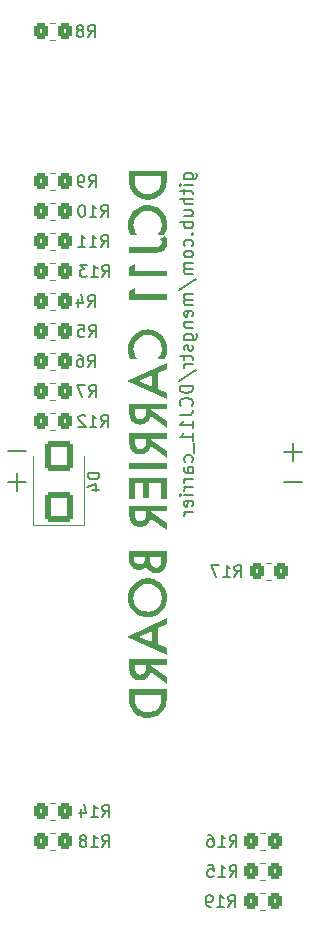
<source format=gbo>
%TF.GenerationSoftware,KiCad,Pcbnew,8.0.4*%
%TF.CreationDate,2024-08-07T10:54:24+02:00*%
%TF.ProjectId,DCJ11_Carrier,44434a31-315f-4436-9172-726965722e6b,rev?*%
%TF.SameCoordinates,Original*%
%TF.FileFunction,Legend,Bot*%
%TF.FilePolarity,Positive*%
%FSLAX46Y46*%
G04 Gerber Fmt 4.6, Leading zero omitted, Abs format (unit mm)*
G04 Created by KiCad (PCBNEW 8.0.4) date 2024-08-07 10:54:24*
%MOMM*%
%LPD*%
G01*
G04 APERTURE LIST*
G04 Aperture macros list*
%AMRoundRect*
0 Rectangle with rounded corners*
0 $1 Rounding radius*
0 $2 $3 $4 $5 $6 $7 $8 $9 X,Y pos of 4 corners*
0 Add a 4 corners polygon primitive as box body*
4,1,4,$2,$3,$4,$5,$6,$7,$8,$9,$2,$3,0*
0 Add four circle primitives for the rounded corners*
1,1,$1+$1,$2,$3*
1,1,$1+$1,$4,$5*
1,1,$1+$1,$6,$7*
1,1,$1+$1,$8,$9*
0 Add four rect primitives between the rounded corners*
20,1,$1+$1,$2,$3,$4,$5,0*
20,1,$1+$1,$4,$5,$6,$7,0*
20,1,$1+$1,$6,$7,$8,$9,0*
20,1,$1+$1,$8,$9,$2,$3,0*%
G04 Aperture macros list end*
%ADD10C,0.150000*%
%ADD11C,0.375000*%
%ADD12C,0.120000*%
%ADD13RoundRect,0.250000X0.900000X-1.000000X0.900000X1.000000X-0.900000X1.000000X-0.900000X-1.000000X0*%
%ADD14RoundRect,0.250000X0.350000X0.450000X-0.350000X0.450000X-0.350000X-0.450000X0.350000X-0.450000X0*%
%ADD15RoundRect,0.250000X-0.350000X-0.450000X0.350000X-0.450000X0.350000X0.450000X-0.350000X0.450000X0*%
%ADD16R,1.700000X1.700000*%
%ADD17R,2.200000X1.800000*%
G04 APERTURE END LIST*
D10*
X138124247Y-65832017D02*
X139014723Y-65832017D01*
X139014723Y-65832017D02*
X139119485Y-65779636D01*
X139119485Y-65779636D02*
X139171866Y-65727255D01*
X139171866Y-65727255D02*
X139224247Y-65622493D01*
X139224247Y-65622493D02*
X139224247Y-65465350D01*
X139224247Y-65465350D02*
X139171866Y-65360588D01*
X138805200Y-65832017D02*
X138857580Y-65727255D01*
X138857580Y-65727255D02*
X138857580Y-65517731D01*
X138857580Y-65517731D02*
X138805200Y-65412969D01*
X138805200Y-65412969D02*
X138752819Y-65360588D01*
X138752819Y-65360588D02*
X138648057Y-65308207D01*
X138648057Y-65308207D02*
X138333771Y-65308207D01*
X138333771Y-65308207D02*
X138229009Y-65360588D01*
X138229009Y-65360588D02*
X138176628Y-65412969D01*
X138176628Y-65412969D02*
X138124247Y-65517731D01*
X138124247Y-65517731D02*
X138124247Y-65727255D01*
X138124247Y-65727255D02*
X138176628Y-65832017D01*
X138857580Y-66355826D02*
X138124247Y-66355826D01*
X137757580Y-66355826D02*
X137809961Y-66303445D01*
X137809961Y-66303445D02*
X137862342Y-66355826D01*
X137862342Y-66355826D02*
X137809961Y-66408207D01*
X137809961Y-66408207D02*
X137757580Y-66355826D01*
X137757580Y-66355826D02*
X137862342Y-66355826D01*
X138124247Y-66722493D02*
X138124247Y-67141541D01*
X137757580Y-66879636D02*
X138700438Y-66879636D01*
X138700438Y-66879636D02*
X138805200Y-66932017D01*
X138805200Y-66932017D02*
X138857580Y-67036779D01*
X138857580Y-67036779D02*
X138857580Y-67141541D01*
X138857580Y-67508207D02*
X137757580Y-67508207D01*
X138857580Y-67979636D02*
X138281390Y-67979636D01*
X138281390Y-67979636D02*
X138176628Y-67927255D01*
X138176628Y-67927255D02*
X138124247Y-67822493D01*
X138124247Y-67822493D02*
X138124247Y-67665350D01*
X138124247Y-67665350D02*
X138176628Y-67560588D01*
X138176628Y-67560588D02*
X138229009Y-67508207D01*
X138124247Y-68974874D02*
X138857580Y-68974874D01*
X138124247Y-68503445D02*
X138700438Y-68503445D01*
X138700438Y-68503445D02*
X138805200Y-68555826D01*
X138805200Y-68555826D02*
X138857580Y-68660588D01*
X138857580Y-68660588D02*
X138857580Y-68817731D01*
X138857580Y-68817731D02*
X138805200Y-68922493D01*
X138805200Y-68922493D02*
X138752819Y-68974874D01*
X138857580Y-69498683D02*
X137757580Y-69498683D01*
X138176628Y-69498683D02*
X138124247Y-69603445D01*
X138124247Y-69603445D02*
X138124247Y-69812969D01*
X138124247Y-69812969D02*
X138176628Y-69917731D01*
X138176628Y-69917731D02*
X138229009Y-69970112D01*
X138229009Y-69970112D02*
X138333771Y-70022493D01*
X138333771Y-70022493D02*
X138648057Y-70022493D01*
X138648057Y-70022493D02*
X138752819Y-69970112D01*
X138752819Y-69970112D02*
X138805200Y-69917731D01*
X138805200Y-69917731D02*
X138857580Y-69812969D01*
X138857580Y-69812969D02*
X138857580Y-69603445D01*
X138857580Y-69603445D02*
X138805200Y-69498683D01*
X138752819Y-70493921D02*
X138805200Y-70546302D01*
X138805200Y-70546302D02*
X138857580Y-70493921D01*
X138857580Y-70493921D02*
X138805200Y-70441540D01*
X138805200Y-70441540D02*
X138752819Y-70493921D01*
X138752819Y-70493921D02*
X138857580Y-70493921D01*
X138805200Y-71489160D02*
X138857580Y-71384398D01*
X138857580Y-71384398D02*
X138857580Y-71174874D01*
X138857580Y-71174874D02*
X138805200Y-71070112D01*
X138805200Y-71070112D02*
X138752819Y-71017731D01*
X138752819Y-71017731D02*
X138648057Y-70965350D01*
X138648057Y-70965350D02*
X138333771Y-70965350D01*
X138333771Y-70965350D02*
X138229009Y-71017731D01*
X138229009Y-71017731D02*
X138176628Y-71070112D01*
X138176628Y-71070112D02*
X138124247Y-71174874D01*
X138124247Y-71174874D02*
X138124247Y-71384398D01*
X138124247Y-71384398D02*
X138176628Y-71489160D01*
X138857580Y-72117731D02*
X138805200Y-72012969D01*
X138805200Y-72012969D02*
X138752819Y-71960588D01*
X138752819Y-71960588D02*
X138648057Y-71908207D01*
X138648057Y-71908207D02*
X138333771Y-71908207D01*
X138333771Y-71908207D02*
X138229009Y-71960588D01*
X138229009Y-71960588D02*
X138176628Y-72012969D01*
X138176628Y-72012969D02*
X138124247Y-72117731D01*
X138124247Y-72117731D02*
X138124247Y-72274874D01*
X138124247Y-72274874D02*
X138176628Y-72379636D01*
X138176628Y-72379636D02*
X138229009Y-72432017D01*
X138229009Y-72432017D02*
X138333771Y-72484398D01*
X138333771Y-72484398D02*
X138648057Y-72484398D01*
X138648057Y-72484398D02*
X138752819Y-72432017D01*
X138752819Y-72432017D02*
X138805200Y-72379636D01*
X138805200Y-72379636D02*
X138857580Y-72274874D01*
X138857580Y-72274874D02*
X138857580Y-72117731D01*
X138857580Y-72955826D02*
X138124247Y-72955826D01*
X138229009Y-72955826D02*
X138176628Y-73008207D01*
X138176628Y-73008207D02*
X138124247Y-73112969D01*
X138124247Y-73112969D02*
X138124247Y-73270112D01*
X138124247Y-73270112D02*
X138176628Y-73374874D01*
X138176628Y-73374874D02*
X138281390Y-73427255D01*
X138281390Y-73427255D02*
X138857580Y-73427255D01*
X138281390Y-73427255D02*
X138176628Y-73479636D01*
X138176628Y-73479636D02*
X138124247Y-73584398D01*
X138124247Y-73584398D02*
X138124247Y-73741541D01*
X138124247Y-73741541D02*
X138176628Y-73846302D01*
X138176628Y-73846302D02*
X138281390Y-73898683D01*
X138281390Y-73898683D02*
X138857580Y-73898683D01*
X137705200Y-75208208D02*
X139119485Y-74265350D01*
X138857580Y-75574874D02*
X138124247Y-75574874D01*
X138229009Y-75574874D02*
X138176628Y-75627255D01*
X138176628Y-75627255D02*
X138124247Y-75732017D01*
X138124247Y-75732017D02*
X138124247Y-75889160D01*
X138124247Y-75889160D02*
X138176628Y-75993922D01*
X138176628Y-75993922D02*
X138281390Y-76046303D01*
X138281390Y-76046303D02*
X138857580Y-76046303D01*
X138281390Y-76046303D02*
X138176628Y-76098684D01*
X138176628Y-76098684D02*
X138124247Y-76203446D01*
X138124247Y-76203446D02*
X138124247Y-76360589D01*
X138124247Y-76360589D02*
X138176628Y-76465350D01*
X138176628Y-76465350D02*
X138281390Y-76517731D01*
X138281390Y-76517731D02*
X138857580Y-76517731D01*
X138805200Y-77460589D02*
X138857580Y-77355827D01*
X138857580Y-77355827D02*
X138857580Y-77146303D01*
X138857580Y-77146303D02*
X138805200Y-77041541D01*
X138805200Y-77041541D02*
X138700438Y-76989160D01*
X138700438Y-76989160D02*
X138281390Y-76989160D01*
X138281390Y-76989160D02*
X138176628Y-77041541D01*
X138176628Y-77041541D02*
X138124247Y-77146303D01*
X138124247Y-77146303D02*
X138124247Y-77355827D01*
X138124247Y-77355827D02*
X138176628Y-77460589D01*
X138176628Y-77460589D02*
X138281390Y-77512970D01*
X138281390Y-77512970D02*
X138386152Y-77512970D01*
X138386152Y-77512970D02*
X138490914Y-76989160D01*
X138124247Y-77984398D02*
X138857580Y-77984398D01*
X138229009Y-77984398D02*
X138176628Y-78036779D01*
X138176628Y-78036779D02*
X138124247Y-78141541D01*
X138124247Y-78141541D02*
X138124247Y-78298684D01*
X138124247Y-78298684D02*
X138176628Y-78403446D01*
X138176628Y-78403446D02*
X138281390Y-78455827D01*
X138281390Y-78455827D02*
X138857580Y-78455827D01*
X138124247Y-79451065D02*
X139014723Y-79451065D01*
X139014723Y-79451065D02*
X139119485Y-79398684D01*
X139119485Y-79398684D02*
X139171866Y-79346303D01*
X139171866Y-79346303D02*
X139224247Y-79241541D01*
X139224247Y-79241541D02*
X139224247Y-79084398D01*
X139224247Y-79084398D02*
X139171866Y-78979636D01*
X138805200Y-79451065D02*
X138857580Y-79346303D01*
X138857580Y-79346303D02*
X138857580Y-79136779D01*
X138857580Y-79136779D02*
X138805200Y-79032017D01*
X138805200Y-79032017D02*
X138752819Y-78979636D01*
X138752819Y-78979636D02*
X138648057Y-78927255D01*
X138648057Y-78927255D02*
X138333771Y-78927255D01*
X138333771Y-78927255D02*
X138229009Y-78979636D01*
X138229009Y-78979636D02*
X138176628Y-79032017D01*
X138176628Y-79032017D02*
X138124247Y-79136779D01*
X138124247Y-79136779D02*
X138124247Y-79346303D01*
X138124247Y-79346303D02*
X138176628Y-79451065D01*
X138805200Y-79922493D02*
X138857580Y-80027255D01*
X138857580Y-80027255D02*
X138857580Y-80236779D01*
X138857580Y-80236779D02*
X138805200Y-80341541D01*
X138805200Y-80341541D02*
X138700438Y-80393922D01*
X138700438Y-80393922D02*
X138648057Y-80393922D01*
X138648057Y-80393922D02*
X138543295Y-80341541D01*
X138543295Y-80341541D02*
X138490914Y-80236779D01*
X138490914Y-80236779D02*
X138490914Y-80079636D01*
X138490914Y-80079636D02*
X138438533Y-79974874D01*
X138438533Y-79974874D02*
X138333771Y-79922493D01*
X138333771Y-79922493D02*
X138281390Y-79922493D01*
X138281390Y-79922493D02*
X138176628Y-79974874D01*
X138176628Y-79974874D02*
X138124247Y-80079636D01*
X138124247Y-80079636D02*
X138124247Y-80236779D01*
X138124247Y-80236779D02*
X138176628Y-80341541D01*
X138124247Y-80708207D02*
X138124247Y-81127255D01*
X137757580Y-80865350D02*
X138700438Y-80865350D01*
X138700438Y-80865350D02*
X138805200Y-80917731D01*
X138805200Y-80917731D02*
X138857580Y-81022493D01*
X138857580Y-81022493D02*
X138857580Y-81127255D01*
X138857580Y-81493921D02*
X138124247Y-81493921D01*
X138333771Y-81493921D02*
X138229009Y-81546302D01*
X138229009Y-81546302D02*
X138176628Y-81598683D01*
X138176628Y-81598683D02*
X138124247Y-81703445D01*
X138124247Y-81703445D02*
X138124247Y-81808207D01*
X137705200Y-82960588D02*
X139119485Y-82017730D01*
X138857580Y-83327254D02*
X137757580Y-83327254D01*
X137757580Y-83327254D02*
X137757580Y-83589159D01*
X137757580Y-83589159D02*
X137809961Y-83746302D01*
X137809961Y-83746302D02*
X137914723Y-83851064D01*
X137914723Y-83851064D02*
X138019485Y-83903445D01*
X138019485Y-83903445D02*
X138229009Y-83955826D01*
X138229009Y-83955826D02*
X138386152Y-83955826D01*
X138386152Y-83955826D02*
X138595676Y-83903445D01*
X138595676Y-83903445D02*
X138700438Y-83851064D01*
X138700438Y-83851064D02*
X138805200Y-83746302D01*
X138805200Y-83746302D02*
X138857580Y-83589159D01*
X138857580Y-83589159D02*
X138857580Y-83327254D01*
X138752819Y-85055826D02*
X138805200Y-85003445D01*
X138805200Y-85003445D02*
X138857580Y-84846302D01*
X138857580Y-84846302D02*
X138857580Y-84741540D01*
X138857580Y-84741540D02*
X138805200Y-84584397D01*
X138805200Y-84584397D02*
X138700438Y-84479635D01*
X138700438Y-84479635D02*
X138595676Y-84427254D01*
X138595676Y-84427254D02*
X138386152Y-84374873D01*
X138386152Y-84374873D02*
X138229009Y-84374873D01*
X138229009Y-84374873D02*
X138019485Y-84427254D01*
X138019485Y-84427254D02*
X137914723Y-84479635D01*
X137914723Y-84479635D02*
X137809961Y-84584397D01*
X137809961Y-84584397D02*
X137757580Y-84741540D01*
X137757580Y-84741540D02*
X137757580Y-84846302D01*
X137757580Y-84846302D02*
X137809961Y-85003445D01*
X137809961Y-85003445D02*
X137862342Y-85055826D01*
X137757580Y-85841540D02*
X138543295Y-85841540D01*
X138543295Y-85841540D02*
X138700438Y-85789159D01*
X138700438Y-85789159D02*
X138805200Y-85684397D01*
X138805200Y-85684397D02*
X138857580Y-85527254D01*
X138857580Y-85527254D02*
X138857580Y-85422492D01*
X138857580Y-86941540D02*
X138857580Y-86312968D01*
X138857580Y-86627254D02*
X137757580Y-86627254D01*
X137757580Y-86627254D02*
X137914723Y-86522492D01*
X137914723Y-86522492D02*
X138019485Y-86417730D01*
X138019485Y-86417730D02*
X138071866Y-86312968D01*
X138857580Y-87989159D02*
X138857580Y-87360587D01*
X138857580Y-87674873D02*
X137757580Y-87674873D01*
X137757580Y-87674873D02*
X137914723Y-87570111D01*
X137914723Y-87570111D02*
X138019485Y-87465349D01*
X138019485Y-87465349D02*
X138071866Y-87360587D01*
X138962342Y-88198683D02*
X138962342Y-89036778D01*
X138805200Y-89770111D02*
X138857580Y-89665349D01*
X138857580Y-89665349D02*
X138857580Y-89455825D01*
X138857580Y-89455825D02*
X138805200Y-89351063D01*
X138805200Y-89351063D02*
X138752819Y-89298682D01*
X138752819Y-89298682D02*
X138648057Y-89246301D01*
X138648057Y-89246301D02*
X138333771Y-89246301D01*
X138333771Y-89246301D02*
X138229009Y-89298682D01*
X138229009Y-89298682D02*
X138176628Y-89351063D01*
X138176628Y-89351063D02*
X138124247Y-89455825D01*
X138124247Y-89455825D02*
X138124247Y-89665349D01*
X138124247Y-89665349D02*
X138176628Y-89770111D01*
X138857580Y-90712968D02*
X138281390Y-90712968D01*
X138281390Y-90712968D02*
X138176628Y-90660587D01*
X138176628Y-90660587D02*
X138124247Y-90555825D01*
X138124247Y-90555825D02*
X138124247Y-90346301D01*
X138124247Y-90346301D02*
X138176628Y-90241539D01*
X138805200Y-90712968D02*
X138857580Y-90608206D01*
X138857580Y-90608206D02*
X138857580Y-90346301D01*
X138857580Y-90346301D02*
X138805200Y-90241539D01*
X138805200Y-90241539D02*
X138700438Y-90189158D01*
X138700438Y-90189158D02*
X138595676Y-90189158D01*
X138595676Y-90189158D02*
X138490914Y-90241539D01*
X138490914Y-90241539D02*
X138438533Y-90346301D01*
X138438533Y-90346301D02*
X138438533Y-90608206D01*
X138438533Y-90608206D02*
X138386152Y-90712968D01*
X138857580Y-91236777D02*
X138124247Y-91236777D01*
X138333771Y-91236777D02*
X138229009Y-91289158D01*
X138229009Y-91289158D02*
X138176628Y-91341539D01*
X138176628Y-91341539D02*
X138124247Y-91446301D01*
X138124247Y-91446301D02*
X138124247Y-91551063D01*
X138857580Y-91917729D02*
X138124247Y-91917729D01*
X138333771Y-91917729D02*
X138229009Y-91970110D01*
X138229009Y-91970110D02*
X138176628Y-92022491D01*
X138176628Y-92022491D02*
X138124247Y-92127253D01*
X138124247Y-92127253D02*
X138124247Y-92232015D01*
X138857580Y-92598681D02*
X138124247Y-92598681D01*
X137757580Y-92598681D02*
X137809961Y-92546300D01*
X137809961Y-92546300D02*
X137862342Y-92598681D01*
X137862342Y-92598681D02*
X137809961Y-92651062D01*
X137809961Y-92651062D02*
X137757580Y-92598681D01*
X137757580Y-92598681D02*
X137862342Y-92598681D01*
X138805200Y-93541539D02*
X138857580Y-93436777D01*
X138857580Y-93436777D02*
X138857580Y-93227253D01*
X138857580Y-93227253D02*
X138805200Y-93122491D01*
X138805200Y-93122491D02*
X138700438Y-93070110D01*
X138700438Y-93070110D02*
X138281390Y-93070110D01*
X138281390Y-93070110D02*
X138176628Y-93122491D01*
X138176628Y-93122491D02*
X138124247Y-93227253D01*
X138124247Y-93227253D02*
X138124247Y-93436777D01*
X138124247Y-93436777D02*
X138176628Y-93541539D01*
X138176628Y-93541539D02*
X138281390Y-93593920D01*
X138281390Y-93593920D02*
X138386152Y-93593920D01*
X138386152Y-93593920D02*
X138490914Y-93070110D01*
X138857580Y-94065348D02*
X138124247Y-94065348D01*
X138333771Y-94065348D02*
X138229009Y-94117729D01*
X138229009Y-94117729D02*
X138176628Y-94170110D01*
X138176628Y-94170110D02*
X138124247Y-94274872D01*
X138124247Y-94274872D02*
X138124247Y-94379634D01*
X146574874Y-91485533D02*
X148098684Y-91485533D01*
X123239698Y-88858720D02*
X124763508Y-88858720D01*
X123239698Y-91471850D02*
X124763508Y-91471850D01*
X124001603Y-92233755D02*
X124001603Y-90709945D01*
X146574874Y-88985533D02*
X148098684Y-88985533D01*
X147336779Y-89747438D02*
X147336779Y-88223628D01*
D11*
G36*
X136650000Y-65798750D02*
G01*
X136648614Y-65915495D01*
X136641341Y-66077774D01*
X136624977Y-66247630D01*
X136600128Y-66396519D01*
X136561339Y-66541004D01*
X136508079Y-66679765D01*
X136437691Y-66815411D01*
X136350176Y-66947943D01*
X136245533Y-67077362D01*
X136127564Y-67196716D01*
X136000802Y-67300157D01*
X135865247Y-67387684D01*
X135720900Y-67459296D01*
X135567759Y-67514995D01*
X135405826Y-67554780D01*
X135235101Y-67578651D01*
X135055582Y-67586608D01*
X134876648Y-67578972D01*
X134706574Y-67556062D01*
X134545363Y-67517880D01*
X134393012Y-67464426D01*
X134249524Y-67395698D01*
X134114896Y-67311697D01*
X133989130Y-67212424D01*
X133872226Y-67097878D01*
X133768911Y-66973589D01*
X133681716Y-66842522D01*
X133610642Y-66704678D01*
X133555687Y-66560055D01*
X133523564Y-66449433D01*
X133494488Y-66302598D01*
X133474457Y-66136618D01*
X133464488Y-65979113D01*
X133461676Y-65833921D01*
X133930111Y-65833921D01*
X133930392Y-65872051D01*
X133937124Y-66018717D01*
X133958161Y-66188880D01*
X133993223Y-66344409D01*
X134042310Y-66485306D01*
X134119728Y-66635066D01*
X134217341Y-66763754D01*
X134300654Y-66846014D01*
X134437174Y-66948839D01*
X134587552Y-67026987D01*
X134751789Y-67080456D01*
X134899240Y-67106162D01*
X135056315Y-67114731D01*
X135150654Y-67111607D01*
X135300359Y-67092520D01*
X135467585Y-67046710D01*
X135621260Y-66975913D01*
X135761386Y-66880129D01*
X135887962Y-66759357D01*
X135976433Y-66647201D01*
X136054908Y-66514408D01*
X136113642Y-66371744D01*
X136133062Y-66302006D01*
X136162028Y-66146645D01*
X136176840Y-65988710D01*
X136181053Y-65833921D01*
X136181053Y-65617034D01*
X133930111Y-65617034D01*
X133930111Y-65833921D01*
X133461676Y-65833921D01*
X133461165Y-65807543D01*
X133461165Y-65145157D01*
X136650000Y-65145157D01*
X136650000Y-65798750D01*
G37*
G36*
X133608443Y-70561486D02*
G01*
X134183635Y-70561486D01*
X134083579Y-70430024D01*
X134000482Y-70297131D01*
X133934343Y-70162807D01*
X133877362Y-69999729D01*
X133844801Y-69834591D01*
X133836322Y-69695401D01*
X133844891Y-69545091D01*
X133877795Y-69374732D01*
X133935377Y-69215295D01*
X134017637Y-69066780D01*
X134124575Y-68929187D01*
X134187299Y-68864487D01*
X134300525Y-68766541D01*
X134446361Y-68670920D01*
X134603067Y-68599205D01*
X134770645Y-68551394D01*
X134918596Y-68529813D01*
X135042393Y-68524501D01*
X135194534Y-68532801D01*
X135339091Y-68557702D01*
X135502547Y-68609497D01*
X135655080Y-68685197D01*
X135796691Y-68784802D01*
X135885031Y-68864487D01*
X135983820Y-68974471D01*
X136080266Y-69116323D01*
X136152600Y-69268942D01*
X136200823Y-69432329D01*
X136224934Y-69606484D01*
X136227948Y-69697599D01*
X136219862Y-69849139D01*
X136192290Y-69998808D01*
X136145150Y-70130642D01*
X136078987Y-70263943D01*
X136034508Y-70336538D01*
X135946924Y-70460366D01*
X135865980Y-70561486D01*
X136453628Y-70561486D01*
X136523710Y-70431799D01*
X136592128Y-70273529D01*
X136643442Y-70112375D01*
X136677651Y-69948335D01*
X136694756Y-69781410D01*
X136696894Y-69696866D01*
X136689395Y-69529449D01*
X136666898Y-69368283D01*
X136629403Y-69213368D01*
X136576910Y-69064705D01*
X136509419Y-68922292D01*
X136426929Y-68786130D01*
X136329442Y-68656220D01*
X136216957Y-68532561D01*
X136092748Y-68420075D01*
X135962288Y-68322588D01*
X135825577Y-68240099D01*
X135682615Y-68172608D01*
X135533401Y-68120115D01*
X135377937Y-68082619D01*
X135216221Y-68060122D01*
X135048255Y-68052623D01*
X134897027Y-68058897D01*
X134749989Y-68077719D01*
X134572084Y-68118892D01*
X134400726Y-68179672D01*
X134235916Y-68260057D01*
X134108782Y-68338482D01*
X133985838Y-68429455D01*
X133955757Y-68454159D01*
X133817855Y-68582340D01*
X133698340Y-68719590D01*
X133597212Y-68865906D01*
X133514471Y-69021290D01*
X133450117Y-69185742D01*
X133404149Y-69359262D01*
X133376569Y-69541848D01*
X133367376Y-69733503D01*
X133375851Y-69893215D01*
X133401276Y-70050866D01*
X133443651Y-70206456D01*
X133502976Y-70359986D01*
X133579252Y-70511454D01*
X133608443Y-70561486D01*
G37*
G36*
X133461165Y-72076769D02*
G01*
X135517201Y-72076769D01*
X135669722Y-72074314D01*
X135821877Y-72065499D01*
X135978842Y-72045463D01*
X136066748Y-72025478D01*
X136212206Y-71977461D01*
X136349553Y-71902652D01*
X136414794Y-71852554D01*
X136524714Y-71740936D01*
X136607636Y-71614451D01*
X136663560Y-71473100D01*
X136692486Y-71316883D01*
X136696894Y-71220942D01*
X136686682Y-71074304D01*
X136650779Y-70915249D01*
X136589026Y-70762454D01*
X136533496Y-70664068D01*
X136111444Y-70897808D01*
X136186876Y-71035751D01*
X136226127Y-71185599D01*
X136227948Y-71223872D01*
X136201223Y-71375471D01*
X136103968Y-71496596D01*
X136066015Y-71519162D01*
X135926704Y-71567971D01*
X135770347Y-71592836D01*
X135622370Y-71602798D01*
X135502547Y-71604891D01*
X133461165Y-71604891D01*
X133461165Y-72076769D01*
G37*
G36*
X133930111Y-73606706D02*
G01*
X133930111Y-73059357D01*
X133461165Y-73321674D01*
X133461165Y-74078583D01*
X136673447Y-74078583D01*
X136673447Y-73606706D01*
X133930111Y-73606706D01*
G37*
G36*
X133930111Y-75585073D02*
G01*
X133930111Y-75037725D01*
X133461165Y-75300041D01*
X133461165Y-76056950D01*
X136673447Y-76056950D01*
X136673447Y-75585073D01*
X133930111Y-75585073D01*
G37*
G36*
X133608443Y-81089330D02*
G01*
X134183635Y-81089330D01*
X134083579Y-80957868D01*
X134000482Y-80824975D01*
X133934343Y-80690651D01*
X133877362Y-80527573D01*
X133844801Y-80362434D01*
X133836322Y-80223244D01*
X133844891Y-80072935D01*
X133877795Y-79902576D01*
X133935377Y-79743138D01*
X134017637Y-79594623D01*
X134124575Y-79457031D01*
X134187299Y-79392330D01*
X134300525Y-79294385D01*
X134446361Y-79198764D01*
X134603067Y-79127048D01*
X134770645Y-79079238D01*
X134918596Y-79057657D01*
X135042393Y-79052344D01*
X135194534Y-79060645D01*
X135339091Y-79085546D01*
X135502547Y-79137341D01*
X135655080Y-79213041D01*
X135796691Y-79312646D01*
X135885031Y-79392330D01*
X135983820Y-79502315D01*
X136080266Y-79644166D01*
X136152600Y-79796786D01*
X136200823Y-79960173D01*
X136224934Y-80134327D01*
X136227948Y-80225443D01*
X136219862Y-80376983D01*
X136192290Y-80526652D01*
X136145150Y-80658485D01*
X136078987Y-80791787D01*
X136034508Y-80864382D01*
X135946924Y-80988210D01*
X135865980Y-81089330D01*
X136453628Y-81089330D01*
X136523710Y-80959642D01*
X136592128Y-80801373D01*
X136643442Y-80640219D01*
X136677651Y-80476179D01*
X136694756Y-80309254D01*
X136696894Y-80224710D01*
X136689395Y-80057293D01*
X136666898Y-79896127D01*
X136629403Y-79741212D01*
X136576910Y-79592548D01*
X136509419Y-79450136D01*
X136426929Y-79313974D01*
X136329442Y-79184064D01*
X136216957Y-79060404D01*
X136092748Y-78947919D01*
X135962288Y-78850432D01*
X135825577Y-78767943D01*
X135682615Y-78700451D01*
X135533401Y-78647958D01*
X135377937Y-78610463D01*
X135216221Y-78587966D01*
X135048255Y-78580467D01*
X134897027Y-78586741D01*
X134749989Y-78605563D01*
X134572084Y-78646736D01*
X134400726Y-78707515D01*
X134235916Y-78787901D01*
X134108782Y-78866326D01*
X133985838Y-78957298D01*
X133955757Y-78982002D01*
X133817855Y-79110184D01*
X133698340Y-79247433D01*
X133597212Y-79393750D01*
X133514471Y-79549134D01*
X133450117Y-79713586D01*
X133404149Y-79887105D01*
X133376569Y-80069692D01*
X133367376Y-80261346D01*
X133375851Y-80421058D01*
X133401276Y-80578709D01*
X133443651Y-80734300D01*
X133502976Y-80887829D01*
X133579252Y-81039298D01*
X133608443Y-81089330D01*
G37*
G36*
X136673447Y-81896064D02*
G01*
X135899685Y-82248506D01*
X135899685Y-83604054D01*
X136673447Y-83936713D01*
X136673447Y-84459148D01*
X133272854Y-82948262D01*
X133290342Y-82940202D01*
X134348499Y-82940202D01*
X135430739Y-83409148D01*
X135430739Y-82447808D01*
X134348499Y-82940202D01*
X133290342Y-82940202D01*
X136673447Y-81380956D01*
X136673447Y-81896064D01*
G37*
G36*
X136650000Y-85321570D02*
G01*
X135336950Y-85321570D01*
X135336950Y-85408764D01*
X136650000Y-86321744D01*
X136650000Y-86910125D01*
X135290788Y-85930467D01*
X135245771Y-86080676D01*
X135178864Y-86215498D01*
X135090066Y-86334933D01*
X134979378Y-86438981D01*
X134851746Y-86523290D01*
X134712116Y-86583511D01*
X134560487Y-86619644D01*
X134396859Y-86631688D01*
X134240170Y-86620818D01*
X134095433Y-86588205D01*
X133941680Y-86522679D01*
X133804196Y-86427560D01*
X133699302Y-86322477D01*
X133618372Y-86204951D01*
X133554187Y-86062850D01*
X133506746Y-85896175D01*
X133480002Y-85738506D01*
X133464886Y-85563771D01*
X133463155Y-85493028D01*
X133930111Y-85493028D01*
X133934323Y-85612190D01*
X133960061Y-85784746D01*
X134021834Y-85948837D01*
X134117300Y-86066045D01*
X134246461Y-86136369D01*
X134409316Y-86159811D01*
X134583127Y-86135725D01*
X134720977Y-86063469D01*
X134822866Y-85943041D01*
X134880304Y-85805887D01*
X134912769Y-85635280D01*
X134920760Y-85474710D01*
X134920760Y-85321570D01*
X133930111Y-85321570D01*
X133930111Y-85493028D01*
X133463155Y-85493028D01*
X133461165Y-85411695D01*
X133461165Y-84849692D01*
X136650000Y-84849692D01*
X136650000Y-85321570D01*
G37*
G36*
X136650000Y-87848018D02*
G01*
X135336950Y-87848018D01*
X135336950Y-87935212D01*
X136650000Y-88848192D01*
X136650000Y-89436573D01*
X135290788Y-88456915D01*
X135245771Y-88607124D01*
X135178864Y-88741946D01*
X135090066Y-88861381D01*
X134979378Y-88965429D01*
X134851746Y-89049738D01*
X134712116Y-89109959D01*
X134560487Y-89146092D01*
X134396859Y-89158136D01*
X134240170Y-89147266D01*
X134095433Y-89114653D01*
X133941680Y-89049127D01*
X133804196Y-88954008D01*
X133699302Y-88848925D01*
X133618372Y-88731399D01*
X133554187Y-88589299D01*
X133506746Y-88422623D01*
X133480002Y-88264954D01*
X133464886Y-88090219D01*
X133463155Y-88019476D01*
X133930111Y-88019476D01*
X133934323Y-88138638D01*
X133960061Y-88311194D01*
X134021834Y-88475285D01*
X134117300Y-88592493D01*
X134246461Y-88662818D01*
X134409316Y-88686259D01*
X134583127Y-88662174D01*
X134720977Y-88589917D01*
X134822866Y-88469489D01*
X134880304Y-88332335D01*
X134912769Y-88161728D01*
X134920760Y-88001158D01*
X134920760Y-87848018D01*
X133930111Y-87848018D01*
X133930111Y-88019476D01*
X133463155Y-88019476D01*
X133461165Y-87938143D01*
X133461165Y-87376140D01*
X136650000Y-87376140D01*
X136650000Y-87848018D01*
G37*
G36*
X133461165Y-90374466D02*
G01*
X136650000Y-90374466D01*
X136650000Y-89902588D01*
X133461165Y-89902588D01*
X133461165Y-90374466D01*
G37*
G36*
X133930111Y-92897983D02*
G01*
X133930111Y-91611311D01*
X134680425Y-91611311D01*
X134680425Y-92851088D01*
X135149371Y-92851088D01*
X135149371Y-91611311D01*
X136181053Y-91611311D01*
X136181053Y-92897983D01*
X136650000Y-92897983D01*
X136650000Y-91139434D01*
X133461165Y-91139434D01*
X133461165Y-92897983D01*
X133930111Y-92897983D01*
G37*
G36*
X136650000Y-93985352D02*
G01*
X135336950Y-93985352D01*
X135336950Y-94072547D01*
X136650000Y-94985526D01*
X136650000Y-95573907D01*
X135290788Y-94594249D01*
X135245771Y-94744459D01*
X135178864Y-94879281D01*
X135090066Y-94998715D01*
X134979378Y-95102763D01*
X134851746Y-95187073D01*
X134712116Y-95247294D01*
X134560487Y-95283426D01*
X134396859Y-95295471D01*
X134240170Y-95284600D01*
X134095433Y-95251988D01*
X133941680Y-95186461D01*
X133804196Y-95091343D01*
X133699302Y-94986259D01*
X133618372Y-94868733D01*
X133554187Y-94726633D01*
X133506746Y-94559957D01*
X133480002Y-94402288D01*
X133464886Y-94227553D01*
X133463155Y-94156810D01*
X133930111Y-94156810D01*
X133934323Y-94275972D01*
X133960061Y-94448528D01*
X134021834Y-94612619D01*
X134117300Y-94729827D01*
X134246461Y-94800152D01*
X134409316Y-94823593D01*
X134583127Y-94799508D01*
X134720977Y-94727251D01*
X134822866Y-94606823D01*
X134880304Y-94469669D01*
X134912769Y-94299063D01*
X134920760Y-94138492D01*
X134920760Y-93985352D01*
X133930111Y-93985352D01*
X133930111Y-94156810D01*
X133463155Y-94156810D01*
X133461165Y-94075478D01*
X133461165Y-93513475D01*
X136650000Y-93513475D01*
X136650000Y-93985352D01*
G37*
G36*
X136650000Y-98058590D02*
G01*
X136648533Y-98157150D01*
X136640083Y-98303834D01*
X136621601Y-98452649D01*
X136589916Y-98597878D01*
X136547528Y-98705265D01*
X136466847Y-98838891D01*
X136368632Y-98951786D01*
X136302343Y-99013266D01*
X136177631Y-99101132D01*
X136041841Y-99163894D01*
X135894970Y-99201551D01*
X135737020Y-99214103D01*
X135684319Y-99212795D01*
X135533481Y-99193186D01*
X135378664Y-99143798D01*
X135237299Y-99065359D01*
X135197779Y-99036935D01*
X135082603Y-98928514D01*
X134992901Y-98799056D01*
X134933949Y-98664556D01*
X134918963Y-98681056D01*
X134808332Y-98781885D01*
X134669617Y-98865690D01*
X134517805Y-98915974D01*
X134352896Y-98932735D01*
X134271005Y-98928913D01*
X134119853Y-98901537D01*
X133981402Y-98852868D01*
X133915371Y-98821758D01*
X133786795Y-98740745D01*
X133678053Y-98641109D01*
X133642869Y-98598655D01*
X133562246Y-98464177D01*
X133510990Y-98318709D01*
X133499313Y-98269433D01*
X133475227Y-98113144D01*
X133464972Y-97972128D01*
X133877355Y-97972128D01*
X133881554Y-98057685D01*
X133915145Y-98204689D01*
X133996789Y-98335561D01*
X134054337Y-98384383D01*
X134189302Y-98443238D01*
X134346301Y-98460858D01*
X134431257Y-98456556D01*
X134576750Y-98422141D01*
X134705338Y-98338492D01*
X134769480Y-98248733D01*
X134815093Y-98104752D01*
X134819439Y-98049797D01*
X135243161Y-98049797D01*
X135245267Y-98142831D01*
X135262120Y-98306779D01*
X135301224Y-98455968D01*
X135377983Y-98587620D01*
X135431357Y-98640162D01*
X135562556Y-98716710D01*
X135715038Y-98742226D01*
X135802037Y-98734512D01*
X135945561Y-98679257D01*
X136057222Y-98581025D01*
X136086245Y-98540233D01*
X136146105Y-98400308D01*
X136173314Y-98255556D01*
X136181053Y-98104019D01*
X136181053Y-97807264D01*
X135243161Y-97807264D01*
X135243161Y-98049797D01*
X134819439Y-98049797D01*
X134826971Y-97954542D01*
X134826971Y-97807264D01*
X133877355Y-97807264D01*
X133877355Y-97972128D01*
X133464972Y-97972128D01*
X133464279Y-97962602D01*
X133461165Y-97811660D01*
X133461165Y-97335387D01*
X136650000Y-97335387D01*
X136650000Y-98058590D01*
G37*
G36*
X135207062Y-99659144D02*
G01*
X135385997Y-99684148D01*
X135555750Y-99725822D01*
X135716320Y-99784166D01*
X135867709Y-99859179D01*
X136009915Y-99950861D01*
X136142940Y-100059214D01*
X136266782Y-100184235D01*
X136343648Y-100276143D01*
X136434375Y-100402092D01*
X136511660Y-100531934D01*
X136575505Y-100665668D01*
X136625909Y-100803295D01*
X136670012Y-100980803D01*
X136690174Y-101127188D01*
X136696894Y-101277466D01*
X136689315Y-101446314D01*
X136666577Y-101608843D01*
X136628682Y-101765051D01*
X136575628Y-101914940D01*
X136507415Y-102058509D01*
X136424044Y-102195758D01*
X136325515Y-102326688D01*
X136211828Y-102451297D01*
X136088008Y-102564985D01*
X135957617Y-102663514D01*
X135820654Y-102746885D01*
X135677119Y-102815097D01*
X135527013Y-102868151D01*
X135370335Y-102906047D01*
X135207085Y-102928785D01*
X135037264Y-102936364D01*
X134868336Y-102928819D01*
X134705567Y-102906185D01*
X134548958Y-102868460D01*
X134398508Y-102815647D01*
X134254218Y-102747743D01*
X134116087Y-102664750D01*
X133984116Y-102566668D01*
X133858304Y-102453496D01*
X133743242Y-102330512D01*
X133643523Y-102201529D01*
X133559144Y-102066546D01*
X133490108Y-101925565D01*
X133436412Y-101778584D01*
X133398059Y-101625604D01*
X133375046Y-101466625D01*
X133367376Y-101301646D01*
X133367643Y-101295785D01*
X133836322Y-101295785D01*
X133839355Y-101387254D01*
X133863621Y-101561769D01*
X133912153Y-101725053D01*
X133984951Y-101877106D01*
X134082014Y-102017927D01*
X134181437Y-102126699D01*
X134269903Y-102205868D01*
X134412175Y-102304829D01*
X134565936Y-102380040D01*
X134731187Y-102431499D01*
X134877672Y-102456240D01*
X135032135Y-102464487D01*
X135155062Y-102459140D01*
X135302054Y-102437419D01*
X135468670Y-102389300D01*
X135624621Y-102317120D01*
X135769907Y-102220881D01*
X135882833Y-102122302D01*
X135944509Y-102056908D01*
X136049661Y-101917890D01*
X136130547Y-101767899D01*
X136187168Y-101606933D01*
X136219522Y-101434994D01*
X136227948Y-101283328D01*
X136224966Y-101198277D01*
X136201112Y-101033894D01*
X136153405Y-100877136D01*
X136081844Y-100728003D01*
X135986429Y-100586495D01*
X135888695Y-100474396D01*
X135778134Y-100373073D01*
X135633466Y-100274155D01*
X135475712Y-100199966D01*
X135334254Y-100157033D01*
X135183708Y-100131273D01*
X135024075Y-100122686D01*
X134901274Y-100127998D01*
X134754793Y-100149580D01*
X134589311Y-100197390D01*
X134435060Y-100269106D01*
X134292040Y-100364727D01*
X134181437Y-100462672D01*
X134119761Y-100527641D01*
X134014609Y-100665732D01*
X133933723Y-100814693D01*
X133877102Y-100974525D01*
X133844748Y-101145228D01*
X133836322Y-101295785D01*
X133367643Y-101295785D01*
X133374989Y-101134710D01*
X133397830Y-100973888D01*
X133435897Y-100819179D01*
X133489192Y-100670584D01*
X133557713Y-100528103D01*
X133641462Y-100391735D01*
X133740438Y-100261481D01*
X133854640Y-100137341D01*
X133979261Y-100023310D01*
X134109859Y-99924483D01*
X134246432Y-99840860D01*
X134388982Y-99772442D01*
X134537509Y-99719228D01*
X134692011Y-99681217D01*
X134852490Y-99658411D01*
X135018946Y-99650809D01*
X135207062Y-99659144D01*
G37*
G36*
X136673447Y-103540865D02*
G01*
X135899685Y-103893307D01*
X135899685Y-105248855D01*
X136673447Y-105581514D01*
X136673447Y-106103949D01*
X133272854Y-104593063D01*
X133290342Y-104585003D01*
X134348499Y-104585003D01*
X135430739Y-105053949D01*
X135430739Y-104092609D01*
X134348499Y-104585003D01*
X133290342Y-104585003D01*
X136673447Y-103025757D01*
X136673447Y-103540865D01*
G37*
G36*
X136650000Y-106966371D02*
G01*
X135336950Y-106966371D01*
X135336950Y-107053565D01*
X136650000Y-107966545D01*
X136650000Y-108554926D01*
X135290788Y-107575268D01*
X135245771Y-107725478D01*
X135178864Y-107860300D01*
X135090066Y-107979734D01*
X134979378Y-108083782D01*
X134851746Y-108168091D01*
X134712116Y-108228312D01*
X134560487Y-108264445D01*
X134396859Y-108276489D01*
X134240170Y-108265619D01*
X134095433Y-108233007D01*
X133941680Y-108167480D01*
X133804196Y-108072362D01*
X133699302Y-107967278D01*
X133618372Y-107849752D01*
X133554187Y-107707652D01*
X133506746Y-107540976D01*
X133480002Y-107383307D01*
X133464886Y-107208572D01*
X133463155Y-107137829D01*
X133930111Y-107137829D01*
X133934323Y-107256991D01*
X133960061Y-107429547D01*
X134021834Y-107593638D01*
X134117300Y-107710846D01*
X134246461Y-107781171D01*
X134409316Y-107804612D01*
X134583127Y-107780527D01*
X134720977Y-107708270D01*
X134822866Y-107587842D01*
X134880304Y-107450688D01*
X134912769Y-107280082D01*
X134920760Y-107119511D01*
X134920760Y-106966371D01*
X133930111Y-106966371D01*
X133930111Y-107137829D01*
X133463155Y-107137829D01*
X133461165Y-107056496D01*
X133461165Y-106494494D01*
X136650000Y-106494494D01*
X136650000Y-106966371D01*
G37*
G36*
X136650000Y-109674535D02*
G01*
X136648614Y-109791280D01*
X136641341Y-109953559D01*
X136624977Y-110123415D01*
X136600128Y-110272305D01*
X136561339Y-110416789D01*
X136508079Y-110555550D01*
X136437691Y-110691196D01*
X136350176Y-110823729D01*
X136245533Y-110953147D01*
X136127564Y-111072501D01*
X136000802Y-111175942D01*
X135865247Y-111263469D01*
X135720900Y-111335081D01*
X135567759Y-111390780D01*
X135405826Y-111430565D01*
X135235101Y-111454436D01*
X135055582Y-111462393D01*
X134876648Y-111454757D01*
X134706574Y-111431847D01*
X134545363Y-111393665D01*
X134393012Y-111340211D01*
X134249524Y-111271483D01*
X134114896Y-111187482D01*
X133989130Y-111088209D01*
X133872226Y-110973663D01*
X133768911Y-110849374D01*
X133681716Y-110718307D01*
X133610642Y-110580463D01*
X133555687Y-110435840D01*
X133523564Y-110325218D01*
X133494488Y-110178383D01*
X133474457Y-110012403D01*
X133464488Y-109854898D01*
X133461676Y-109709706D01*
X133930111Y-109709706D01*
X133930392Y-109747836D01*
X133937124Y-109894502D01*
X133958161Y-110064665D01*
X133993223Y-110220194D01*
X134042310Y-110361091D01*
X134119728Y-110510851D01*
X134217341Y-110639539D01*
X134300654Y-110721799D01*
X134437174Y-110824624D01*
X134587552Y-110902772D01*
X134751789Y-110956241D01*
X134899240Y-110981947D01*
X135056315Y-110990516D01*
X135150654Y-110987393D01*
X135300359Y-110968305D01*
X135467585Y-110922495D01*
X135621260Y-110851698D01*
X135761386Y-110755914D01*
X135887962Y-110635143D01*
X135976433Y-110522986D01*
X136054908Y-110390193D01*
X136113642Y-110247529D01*
X136133062Y-110177791D01*
X136162028Y-110022430D01*
X136176840Y-109864495D01*
X136181053Y-109709706D01*
X136181053Y-109492819D01*
X133930111Y-109492819D01*
X133930111Y-109709706D01*
X133461676Y-109709706D01*
X133461165Y-109683328D01*
X133461165Y-109020942D01*
X136650000Y-109020942D01*
X136650000Y-109674535D01*
G37*
D10*
X130962819Y-90701905D02*
X129962819Y-90701905D01*
X129962819Y-90701905D02*
X129962819Y-90940000D01*
X129962819Y-90940000D02*
X130010438Y-91082857D01*
X130010438Y-91082857D02*
X130105676Y-91178095D01*
X130105676Y-91178095D02*
X130200914Y-91225714D01*
X130200914Y-91225714D02*
X130391390Y-91273333D01*
X130391390Y-91273333D02*
X130534247Y-91273333D01*
X130534247Y-91273333D02*
X130724723Y-91225714D01*
X130724723Y-91225714D02*
X130819961Y-91178095D01*
X130819961Y-91178095D02*
X130915200Y-91082857D01*
X130915200Y-91082857D02*
X130962819Y-90940000D01*
X130962819Y-90940000D02*
X130962819Y-90701905D01*
X130296152Y-92130476D02*
X130962819Y-92130476D01*
X129915200Y-91892381D02*
X130629485Y-91654286D01*
X130629485Y-91654286D02*
X130629485Y-92273333D01*
X141866857Y-127454819D02*
X142200190Y-126978628D01*
X142438285Y-127454819D02*
X142438285Y-126454819D01*
X142438285Y-126454819D02*
X142057333Y-126454819D01*
X142057333Y-126454819D02*
X141962095Y-126502438D01*
X141962095Y-126502438D02*
X141914476Y-126550057D01*
X141914476Y-126550057D02*
X141866857Y-126645295D01*
X141866857Y-126645295D02*
X141866857Y-126788152D01*
X141866857Y-126788152D02*
X141914476Y-126883390D01*
X141914476Y-126883390D02*
X141962095Y-126931009D01*
X141962095Y-126931009D02*
X142057333Y-126978628D01*
X142057333Y-126978628D02*
X142438285Y-126978628D01*
X140914476Y-127454819D02*
X141485904Y-127454819D01*
X141200190Y-127454819D02*
X141200190Y-126454819D01*
X141200190Y-126454819D02*
X141295428Y-126597676D01*
X141295428Y-126597676D02*
X141390666Y-126692914D01*
X141390666Y-126692914D02*
X141485904Y-126740533D01*
X140438285Y-127454819D02*
X140247809Y-127454819D01*
X140247809Y-127454819D02*
X140152571Y-127407200D01*
X140152571Y-127407200D02*
X140104952Y-127359580D01*
X140104952Y-127359580D02*
X140009714Y-127216723D01*
X140009714Y-127216723D02*
X139962095Y-127026247D01*
X139962095Y-127026247D02*
X139962095Y-126645295D01*
X139962095Y-126645295D02*
X140009714Y-126550057D01*
X140009714Y-126550057D02*
X140057333Y-126502438D01*
X140057333Y-126502438D02*
X140152571Y-126454819D01*
X140152571Y-126454819D02*
X140343047Y-126454819D01*
X140343047Y-126454819D02*
X140438285Y-126502438D01*
X140438285Y-126502438D02*
X140485904Y-126550057D01*
X140485904Y-126550057D02*
X140533523Y-126645295D01*
X140533523Y-126645295D02*
X140533523Y-126883390D01*
X140533523Y-126883390D02*
X140485904Y-126978628D01*
X140485904Y-126978628D02*
X140438285Y-127026247D01*
X140438285Y-127026247D02*
X140343047Y-127073866D01*
X140343047Y-127073866D02*
X140152571Y-127073866D01*
X140152571Y-127073866D02*
X140057333Y-127026247D01*
X140057333Y-127026247D02*
X140009714Y-126978628D01*
X140009714Y-126978628D02*
X139962095Y-126883390D01*
X131182857Y-122374819D02*
X131516190Y-121898628D01*
X131754285Y-122374819D02*
X131754285Y-121374819D01*
X131754285Y-121374819D02*
X131373333Y-121374819D01*
X131373333Y-121374819D02*
X131278095Y-121422438D01*
X131278095Y-121422438D02*
X131230476Y-121470057D01*
X131230476Y-121470057D02*
X131182857Y-121565295D01*
X131182857Y-121565295D02*
X131182857Y-121708152D01*
X131182857Y-121708152D02*
X131230476Y-121803390D01*
X131230476Y-121803390D02*
X131278095Y-121851009D01*
X131278095Y-121851009D02*
X131373333Y-121898628D01*
X131373333Y-121898628D02*
X131754285Y-121898628D01*
X130230476Y-122374819D02*
X130801904Y-122374819D01*
X130516190Y-122374819D02*
X130516190Y-121374819D01*
X130516190Y-121374819D02*
X130611428Y-121517676D01*
X130611428Y-121517676D02*
X130706666Y-121612914D01*
X130706666Y-121612914D02*
X130801904Y-121660533D01*
X129659047Y-121803390D02*
X129754285Y-121755771D01*
X129754285Y-121755771D02*
X129801904Y-121708152D01*
X129801904Y-121708152D02*
X129849523Y-121612914D01*
X129849523Y-121612914D02*
X129849523Y-121565295D01*
X129849523Y-121565295D02*
X129801904Y-121470057D01*
X129801904Y-121470057D02*
X129754285Y-121422438D01*
X129754285Y-121422438D02*
X129659047Y-121374819D01*
X129659047Y-121374819D02*
X129468571Y-121374819D01*
X129468571Y-121374819D02*
X129373333Y-121422438D01*
X129373333Y-121422438D02*
X129325714Y-121470057D01*
X129325714Y-121470057D02*
X129278095Y-121565295D01*
X129278095Y-121565295D02*
X129278095Y-121612914D01*
X129278095Y-121612914D02*
X129325714Y-121708152D01*
X129325714Y-121708152D02*
X129373333Y-121755771D01*
X129373333Y-121755771D02*
X129468571Y-121803390D01*
X129468571Y-121803390D02*
X129659047Y-121803390D01*
X129659047Y-121803390D02*
X129754285Y-121851009D01*
X129754285Y-121851009D02*
X129801904Y-121898628D01*
X129801904Y-121898628D02*
X129849523Y-121993866D01*
X129849523Y-121993866D02*
X129849523Y-122184342D01*
X129849523Y-122184342D02*
X129801904Y-122279580D01*
X129801904Y-122279580D02*
X129754285Y-122327200D01*
X129754285Y-122327200D02*
X129659047Y-122374819D01*
X129659047Y-122374819D02*
X129468571Y-122374819D01*
X129468571Y-122374819D02*
X129373333Y-122327200D01*
X129373333Y-122327200D02*
X129325714Y-122279580D01*
X129325714Y-122279580D02*
X129278095Y-122184342D01*
X129278095Y-122184342D02*
X129278095Y-121993866D01*
X129278095Y-121993866D02*
X129325714Y-121898628D01*
X129325714Y-121898628D02*
X129373333Y-121851009D01*
X129373333Y-121851009D02*
X129468571Y-121803390D01*
X142390857Y-99514819D02*
X142724190Y-99038628D01*
X142962285Y-99514819D02*
X142962285Y-98514819D01*
X142962285Y-98514819D02*
X142581333Y-98514819D01*
X142581333Y-98514819D02*
X142486095Y-98562438D01*
X142486095Y-98562438D02*
X142438476Y-98610057D01*
X142438476Y-98610057D02*
X142390857Y-98705295D01*
X142390857Y-98705295D02*
X142390857Y-98848152D01*
X142390857Y-98848152D02*
X142438476Y-98943390D01*
X142438476Y-98943390D02*
X142486095Y-98991009D01*
X142486095Y-98991009D02*
X142581333Y-99038628D01*
X142581333Y-99038628D02*
X142962285Y-99038628D01*
X141438476Y-99514819D02*
X142009904Y-99514819D01*
X141724190Y-99514819D02*
X141724190Y-98514819D01*
X141724190Y-98514819D02*
X141819428Y-98657676D01*
X141819428Y-98657676D02*
X141914666Y-98752914D01*
X141914666Y-98752914D02*
X142009904Y-98800533D01*
X141105142Y-98514819D02*
X140438476Y-98514819D01*
X140438476Y-98514819D02*
X140867047Y-99514819D01*
X141977857Y-122374819D02*
X142311190Y-121898628D01*
X142549285Y-122374819D02*
X142549285Y-121374819D01*
X142549285Y-121374819D02*
X142168333Y-121374819D01*
X142168333Y-121374819D02*
X142073095Y-121422438D01*
X142073095Y-121422438D02*
X142025476Y-121470057D01*
X142025476Y-121470057D02*
X141977857Y-121565295D01*
X141977857Y-121565295D02*
X141977857Y-121708152D01*
X141977857Y-121708152D02*
X142025476Y-121803390D01*
X142025476Y-121803390D02*
X142073095Y-121851009D01*
X142073095Y-121851009D02*
X142168333Y-121898628D01*
X142168333Y-121898628D02*
X142549285Y-121898628D01*
X141025476Y-122374819D02*
X141596904Y-122374819D01*
X141311190Y-122374819D02*
X141311190Y-121374819D01*
X141311190Y-121374819D02*
X141406428Y-121517676D01*
X141406428Y-121517676D02*
X141501666Y-121612914D01*
X141501666Y-121612914D02*
X141596904Y-121660533D01*
X140168333Y-121374819D02*
X140358809Y-121374819D01*
X140358809Y-121374819D02*
X140454047Y-121422438D01*
X140454047Y-121422438D02*
X140501666Y-121470057D01*
X140501666Y-121470057D02*
X140596904Y-121612914D01*
X140596904Y-121612914D02*
X140644523Y-121803390D01*
X140644523Y-121803390D02*
X140644523Y-122184342D01*
X140644523Y-122184342D02*
X140596904Y-122279580D01*
X140596904Y-122279580D02*
X140549285Y-122327200D01*
X140549285Y-122327200D02*
X140454047Y-122374819D01*
X140454047Y-122374819D02*
X140263571Y-122374819D01*
X140263571Y-122374819D02*
X140168333Y-122327200D01*
X140168333Y-122327200D02*
X140120714Y-122279580D01*
X140120714Y-122279580D02*
X140073095Y-122184342D01*
X140073095Y-122184342D02*
X140073095Y-121946247D01*
X140073095Y-121946247D02*
X140120714Y-121851009D01*
X140120714Y-121851009D02*
X140168333Y-121803390D01*
X140168333Y-121803390D02*
X140263571Y-121755771D01*
X140263571Y-121755771D02*
X140454047Y-121755771D01*
X140454047Y-121755771D02*
X140549285Y-121803390D01*
X140549285Y-121803390D02*
X140596904Y-121851009D01*
X140596904Y-121851009D02*
X140644523Y-121946247D01*
X141977857Y-124914819D02*
X142311190Y-124438628D01*
X142549285Y-124914819D02*
X142549285Y-123914819D01*
X142549285Y-123914819D02*
X142168333Y-123914819D01*
X142168333Y-123914819D02*
X142073095Y-123962438D01*
X142073095Y-123962438D02*
X142025476Y-124010057D01*
X142025476Y-124010057D02*
X141977857Y-124105295D01*
X141977857Y-124105295D02*
X141977857Y-124248152D01*
X141977857Y-124248152D02*
X142025476Y-124343390D01*
X142025476Y-124343390D02*
X142073095Y-124391009D01*
X142073095Y-124391009D02*
X142168333Y-124438628D01*
X142168333Y-124438628D02*
X142549285Y-124438628D01*
X141025476Y-124914819D02*
X141596904Y-124914819D01*
X141311190Y-124914819D02*
X141311190Y-123914819D01*
X141311190Y-123914819D02*
X141406428Y-124057676D01*
X141406428Y-124057676D02*
X141501666Y-124152914D01*
X141501666Y-124152914D02*
X141596904Y-124200533D01*
X140120714Y-123914819D02*
X140596904Y-123914819D01*
X140596904Y-123914819D02*
X140644523Y-124391009D01*
X140644523Y-124391009D02*
X140596904Y-124343390D01*
X140596904Y-124343390D02*
X140501666Y-124295771D01*
X140501666Y-124295771D02*
X140263571Y-124295771D01*
X140263571Y-124295771D02*
X140168333Y-124343390D01*
X140168333Y-124343390D02*
X140120714Y-124391009D01*
X140120714Y-124391009D02*
X140073095Y-124486247D01*
X140073095Y-124486247D02*
X140073095Y-124724342D01*
X140073095Y-124724342D02*
X140120714Y-124819580D01*
X140120714Y-124819580D02*
X140168333Y-124867200D01*
X140168333Y-124867200D02*
X140263571Y-124914819D01*
X140263571Y-124914819D02*
X140501666Y-124914819D01*
X140501666Y-124914819D02*
X140596904Y-124867200D01*
X140596904Y-124867200D02*
X140644523Y-124819580D01*
X131182857Y-119834819D02*
X131516190Y-119358628D01*
X131754285Y-119834819D02*
X131754285Y-118834819D01*
X131754285Y-118834819D02*
X131373333Y-118834819D01*
X131373333Y-118834819D02*
X131278095Y-118882438D01*
X131278095Y-118882438D02*
X131230476Y-118930057D01*
X131230476Y-118930057D02*
X131182857Y-119025295D01*
X131182857Y-119025295D02*
X131182857Y-119168152D01*
X131182857Y-119168152D02*
X131230476Y-119263390D01*
X131230476Y-119263390D02*
X131278095Y-119311009D01*
X131278095Y-119311009D02*
X131373333Y-119358628D01*
X131373333Y-119358628D02*
X131754285Y-119358628D01*
X130230476Y-119834819D02*
X130801904Y-119834819D01*
X130516190Y-119834819D02*
X130516190Y-118834819D01*
X130516190Y-118834819D02*
X130611428Y-118977676D01*
X130611428Y-118977676D02*
X130706666Y-119072914D01*
X130706666Y-119072914D02*
X130801904Y-119120533D01*
X129373333Y-119168152D02*
X129373333Y-119834819D01*
X129611428Y-118787200D02*
X129849523Y-119501485D01*
X129849523Y-119501485D02*
X129230476Y-119501485D01*
X131182857Y-74114819D02*
X131516190Y-73638628D01*
X131754285Y-74114819D02*
X131754285Y-73114819D01*
X131754285Y-73114819D02*
X131373333Y-73114819D01*
X131373333Y-73114819D02*
X131278095Y-73162438D01*
X131278095Y-73162438D02*
X131230476Y-73210057D01*
X131230476Y-73210057D02*
X131182857Y-73305295D01*
X131182857Y-73305295D02*
X131182857Y-73448152D01*
X131182857Y-73448152D02*
X131230476Y-73543390D01*
X131230476Y-73543390D02*
X131278095Y-73591009D01*
X131278095Y-73591009D02*
X131373333Y-73638628D01*
X131373333Y-73638628D02*
X131754285Y-73638628D01*
X130230476Y-74114819D02*
X130801904Y-74114819D01*
X130516190Y-74114819D02*
X130516190Y-73114819D01*
X130516190Y-73114819D02*
X130611428Y-73257676D01*
X130611428Y-73257676D02*
X130706666Y-73352914D01*
X130706666Y-73352914D02*
X130801904Y-73400533D01*
X129897142Y-73114819D02*
X129278095Y-73114819D01*
X129278095Y-73114819D02*
X129611428Y-73495771D01*
X129611428Y-73495771D02*
X129468571Y-73495771D01*
X129468571Y-73495771D02*
X129373333Y-73543390D01*
X129373333Y-73543390D02*
X129325714Y-73591009D01*
X129325714Y-73591009D02*
X129278095Y-73686247D01*
X129278095Y-73686247D02*
X129278095Y-73924342D01*
X129278095Y-73924342D02*
X129325714Y-74019580D01*
X129325714Y-74019580D02*
X129373333Y-74067200D01*
X129373333Y-74067200D02*
X129468571Y-74114819D01*
X129468571Y-74114819D02*
X129754285Y-74114819D01*
X129754285Y-74114819D02*
X129849523Y-74067200D01*
X129849523Y-74067200D02*
X129897142Y-74019580D01*
X131087857Y-86814819D02*
X131421190Y-86338628D01*
X131659285Y-86814819D02*
X131659285Y-85814819D01*
X131659285Y-85814819D02*
X131278333Y-85814819D01*
X131278333Y-85814819D02*
X131183095Y-85862438D01*
X131183095Y-85862438D02*
X131135476Y-85910057D01*
X131135476Y-85910057D02*
X131087857Y-86005295D01*
X131087857Y-86005295D02*
X131087857Y-86148152D01*
X131087857Y-86148152D02*
X131135476Y-86243390D01*
X131135476Y-86243390D02*
X131183095Y-86291009D01*
X131183095Y-86291009D02*
X131278333Y-86338628D01*
X131278333Y-86338628D02*
X131659285Y-86338628D01*
X130135476Y-86814819D02*
X130706904Y-86814819D01*
X130421190Y-86814819D02*
X130421190Y-85814819D01*
X130421190Y-85814819D02*
X130516428Y-85957676D01*
X130516428Y-85957676D02*
X130611666Y-86052914D01*
X130611666Y-86052914D02*
X130706904Y-86100533D01*
X129754523Y-85910057D02*
X129706904Y-85862438D01*
X129706904Y-85862438D02*
X129611666Y-85814819D01*
X129611666Y-85814819D02*
X129373571Y-85814819D01*
X129373571Y-85814819D02*
X129278333Y-85862438D01*
X129278333Y-85862438D02*
X129230714Y-85910057D01*
X129230714Y-85910057D02*
X129183095Y-86005295D01*
X129183095Y-86005295D02*
X129183095Y-86100533D01*
X129183095Y-86100533D02*
X129230714Y-86243390D01*
X129230714Y-86243390D02*
X129802142Y-86814819D01*
X129802142Y-86814819D02*
X129183095Y-86814819D01*
X131087857Y-71574819D02*
X131421190Y-71098628D01*
X131659285Y-71574819D02*
X131659285Y-70574819D01*
X131659285Y-70574819D02*
X131278333Y-70574819D01*
X131278333Y-70574819D02*
X131183095Y-70622438D01*
X131183095Y-70622438D02*
X131135476Y-70670057D01*
X131135476Y-70670057D02*
X131087857Y-70765295D01*
X131087857Y-70765295D02*
X131087857Y-70908152D01*
X131087857Y-70908152D02*
X131135476Y-71003390D01*
X131135476Y-71003390D02*
X131183095Y-71051009D01*
X131183095Y-71051009D02*
X131278333Y-71098628D01*
X131278333Y-71098628D02*
X131659285Y-71098628D01*
X130135476Y-71574819D02*
X130706904Y-71574819D01*
X130421190Y-71574819D02*
X130421190Y-70574819D01*
X130421190Y-70574819D02*
X130516428Y-70717676D01*
X130516428Y-70717676D02*
X130611666Y-70812914D01*
X130611666Y-70812914D02*
X130706904Y-70860533D01*
X129183095Y-71574819D02*
X129754523Y-71574819D01*
X129468809Y-71574819D02*
X129468809Y-70574819D01*
X129468809Y-70574819D02*
X129564047Y-70717676D01*
X129564047Y-70717676D02*
X129659285Y-70812914D01*
X129659285Y-70812914D02*
X129754523Y-70860533D01*
X131087857Y-69034819D02*
X131421190Y-68558628D01*
X131659285Y-69034819D02*
X131659285Y-68034819D01*
X131659285Y-68034819D02*
X131278333Y-68034819D01*
X131278333Y-68034819D02*
X131183095Y-68082438D01*
X131183095Y-68082438D02*
X131135476Y-68130057D01*
X131135476Y-68130057D02*
X131087857Y-68225295D01*
X131087857Y-68225295D02*
X131087857Y-68368152D01*
X131087857Y-68368152D02*
X131135476Y-68463390D01*
X131135476Y-68463390D02*
X131183095Y-68511009D01*
X131183095Y-68511009D02*
X131278333Y-68558628D01*
X131278333Y-68558628D02*
X131659285Y-68558628D01*
X130135476Y-69034819D02*
X130706904Y-69034819D01*
X130421190Y-69034819D02*
X130421190Y-68034819D01*
X130421190Y-68034819D02*
X130516428Y-68177676D01*
X130516428Y-68177676D02*
X130611666Y-68272914D01*
X130611666Y-68272914D02*
X130706904Y-68320533D01*
X129516428Y-68034819D02*
X129421190Y-68034819D01*
X129421190Y-68034819D02*
X129325952Y-68082438D01*
X129325952Y-68082438D02*
X129278333Y-68130057D01*
X129278333Y-68130057D02*
X129230714Y-68225295D01*
X129230714Y-68225295D02*
X129183095Y-68415771D01*
X129183095Y-68415771D02*
X129183095Y-68653866D01*
X129183095Y-68653866D02*
X129230714Y-68844342D01*
X129230714Y-68844342D02*
X129278333Y-68939580D01*
X129278333Y-68939580D02*
X129325952Y-68987200D01*
X129325952Y-68987200D02*
X129421190Y-69034819D01*
X129421190Y-69034819D02*
X129516428Y-69034819D01*
X129516428Y-69034819D02*
X129611666Y-68987200D01*
X129611666Y-68987200D02*
X129659285Y-68939580D01*
X129659285Y-68939580D02*
X129706904Y-68844342D01*
X129706904Y-68844342D02*
X129754523Y-68653866D01*
X129754523Y-68653866D02*
X129754523Y-68415771D01*
X129754523Y-68415771D02*
X129706904Y-68225295D01*
X129706904Y-68225295D02*
X129659285Y-68130057D01*
X129659285Y-68130057D02*
X129611666Y-68082438D01*
X129611666Y-68082438D02*
X129516428Y-68034819D01*
X130071666Y-66494819D02*
X130404999Y-66018628D01*
X130643094Y-66494819D02*
X130643094Y-65494819D01*
X130643094Y-65494819D02*
X130262142Y-65494819D01*
X130262142Y-65494819D02*
X130166904Y-65542438D01*
X130166904Y-65542438D02*
X130119285Y-65590057D01*
X130119285Y-65590057D02*
X130071666Y-65685295D01*
X130071666Y-65685295D02*
X130071666Y-65828152D01*
X130071666Y-65828152D02*
X130119285Y-65923390D01*
X130119285Y-65923390D02*
X130166904Y-65971009D01*
X130166904Y-65971009D02*
X130262142Y-66018628D01*
X130262142Y-66018628D02*
X130643094Y-66018628D01*
X129595475Y-66494819D02*
X129404999Y-66494819D01*
X129404999Y-66494819D02*
X129309761Y-66447200D01*
X129309761Y-66447200D02*
X129262142Y-66399580D01*
X129262142Y-66399580D02*
X129166904Y-66256723D01*
X129166904Y-66256723D02*
X129119285Y-66066247D01*
X129119285Y-66066247D02*
X129119285Y-65685295D01*
X129119285Y-65685295D02*
X129166904Y-65590057D01*
X129166904Y-65590057D02*
X129214523Y-65542438D01*
X129214523Y-65542438D02*
X129309761Y-65494819D01*
X129309761Y-65494819D02*
X129500237Y-65494819D01*
X129500237Y-65494819D02*
X129595475Y-65542438D01*
X129595475Y-65542438D02*
X129643094Y-65590057D01*
X129643094Y-65590057D02*
X129690713Y-65685295D01*
X129690713Y-65685295D02*
X129690713Y-65923390D01*
X129690713Y-65923390D02*
X129643094Y-66018628D01*
X129643094Y-66018628D02*
X129595475Y-66066247D01*
X129595475Y-66066247D02*
X129500237Y-66113866D01*
X129500237Y-66113866D02*
X129309761Y-66113866D01*
X129309761Y-66113866D02*
X129214523Y-66066247D01*
X129214523Y-66066247D02*
X129166904Y-66018628D01*
X129166904Y-66018628D02*
X129119285Y-65923390D01*
X129976666Y-53794819D02*
X130309999Y-53318628D01*
X130548094Y-53794819D02*
X130548094Y-52794819D01*
X130548094Y-52794819D02*
X130167142Y-52794819D01*
X130167142Y-52794819D02*
X130071904Y-52842438D01*
X130071904Y-52842438D02*
X130024285Y-52890057D01*
X130024285Y-52890057D02*
X129976666Y-52985295D01*
X129976666Y-52985295D02*
X129976666Y-53128152D01*
X129976666Y-53128152D02*
X130024285Y-53223390D01*
X130024285Y-53223390D02*
X130071904Y-53271009D01*
X130071904Y-53271009D02*
X130167142Y-53318628D01*
X130167142Y-53318628D02*
X130548094Y-53318628D01*
X129405237Y-53223390D02*
X129500475Y-53175771D01*
X129500475Y-53175771D02*
X129548094Y-53128152D01*
X129548094Y-53128152D02*
X129595713Y-53032914D01*
X129595713Y-53032914D02*
X129595713Y-52985295D01*
X129595713Y-52985295D02*
X129548094Y-52890057D01*
X129548094Y-52890057D02*
X129500475Y-52842438D01*
X129500475Y-52842438D02*
X129405237Y-52794819D01*
X129405237Y-52794819D02*
X129214761Y-52794819D01*
X129214761Y-52794819D02*
X129119523Y-52842438D01*
X129119523Y-52842438D02*
X129071904Y-52890057D01*
X129071904Y-52890057D02*
X129024285Y-52985295D01*
X129024285Y-52985295D02*
X129024285Y-53032914D01*
X129024285Y-53032914D02*
X129071904Y-53128152D01*
X129071904Y-53128152D02*
X129119523Y-53175771D01*
X129119523Y-53175771D02*
X129214761Y-53223390D01*
X129214761Y-53223390D02*
X129405237Y-53223390D01*
X129405237Y-53223390D02*
X129500475Y-53271009D01*
X129500475Y-53271009D02*
X129548094Y-53318628D01*
X129548094Y-53318628D02*
X129595713Y-53413866D01*
X129595713Y-53413866D02*
X129595713Y-53604342D01*
X129595713Y-53604342D02*
X129548094Y-53699580D01*
X129548094Y-53699580D02*
X129500475Y-53747200D01*
X129500475Y-53747200D02*
X129405237Y-53794819D01*
X129405237Y-53794819D02*
X129214761Y-53794819D01*
X129214761Y-53794819D02*
X129119523Y-53747200D01*
X129119523Y-53747200D02*
X129071904Y-53699580D01*
X129071904Y-53699580D02*
X129024285Y-53604342D01*
X129024285Y-53604342D02*
X129024285Y-53413866D01*
X129024285Y-53413866D02*
X129071904Y-53318628D01*
X129071904Y-53318628D02*
X129119523Y-53271009D01*
X129119523Y-53271009D02*
X129214761Y-53223390D01*
X130071666Y-84274819D02*
X130404999Y-83798628D01*
X130643094Y-84274819D02*
X130643094Y-83274819D01*
X130643094Y-83274819D02*
X130262142Y-83274819D01*
X130262142Y-83274819D02*
X130166904Y-83322438D01*
X130166904Y-83322438D02*
X130119285Y-83370057D01*
X130119285Y-83370057D02*
X130071666Y-83465295D01*
X130071666Y-83465295D02*
X130071666Y-83608152D01*
X130071666Y-83608152D02*
X130119285Y-83703390D01*
X130119285Y-83703390D02*
X130166904Y-83751009D01*
X130166904Y-83751009D02*
X130262142Y-83798628D01*
X130262142Y-83798628D02*
X130643094Y-83798628D01*
X129738332Y-83274819D02*
X129071666Y-83274819D01*
X129071666Y-83274819D02*
X129500237Y-84274819D01*
X129976666Y-81734819D02*
X130309999Y-81258628D01*
X130548094Y-81734819D02*
X130548094Y-80734819D01*
X130548094Y-80734819D02*
X130167142Y-80734819D01*
X130167142Y-80734819D02*
X130071904Y-80782438D01*
X130071904Y-80782438D02*
X130024285Y-80830057D01*
X130024285Y-80830057D02*
X129976666Y-80925295D01*
X129976666Y-80925295D02*
X129976666Y-81068152D01*
X129976666Y-81068152D02*
X130024285Y-81163390D01*
X130024285Y-81163390D02*
X130071904Y-81211009D01*
X130071904Y-81211009D02*
X130167142Y-81258628D01*
X130167142Y-81258628D02*
X130548094Y-81258628D01*
X129119523Y-80734819D02*
X129309999Y-80734819D01*
X129309999Y-80734819D02*
X129405237Y-80782438D01*
X129405237Y-80782438D02*
X129452856Y-80830057D01*
X129452856Y-80830057D02*
X129548094Y-80972914D01*
X129548094Y-80972914D02*
X129595713Y-81163390D01*
X129595713Y-81163390D02*
X129595713Y-81544342D01*
X129595713Y-81544342D02*
X129548094Y-81639580D01*
X129548094Y-81639580D02*
X129500475Y-81687200D01*
X129500475Y-81687200D02*
X129405237Y-81734819D01*
X129405237Y-81734819D02*
X129214761Y-81734819D01*
X129214761Y-81734819D02*
X129119523Y-81687200D01*
X129119523Y-81687200D02*
X129071904Y-81639580D01*
X129071904Y-81639580D02*
X129024285Y-81544342D01*
X129024285Y-81544342D02*
X129024285Y-81306247D01*
X129024285Y-81306247D02*
X129071904Y-81211009D01*
X129071904Y-81211009D02*
X129119523Y-81163390D01*
X129119523Y-81163390D02*
X129214761Y-81115771D01*
X129214761Y-81115771D02*
X129405237Y-81115771D01*
X129405237Y-81115771D02*
X129500475Y-81163390D01*
X129500475Y-81163390D02*
X129548094Y-81211009D01*
X129548094Y-81211009D02*
X129595713Y-81306247D01*
X130071666Y-79194819D02*
X130404999Y-78718628D01*
X130643094Y-79194819D02*
X130643094Y-78194819D01*
X130643094Y-78194819D02*
X130262142Y-78194819D01*
X130262142Y-78194819D02*
X130166904Y-78242438D01*
X130166904Y-78242438D02*
X130119285Y-78290057D01*
X130119285Y-78290057D02*
X130071666Y-78385295D01*
X130071666Y-78385295D02*
X130071666Y-78528152D01*
X130071666Y-78528152D02*
X130119285Y-78623390D01*
X130119285Y-78623390D02*
X130166904Y-78671009D01*
X130166904Y-78671009D02*
X130262142Y-78718628D01*
X130262142Y-78718628D02*
X130643094Y-78718628D01*
X129166904Y-78194819D02*
X129643094Y-78194819D01*
X129643094Y-78194819D02*
X129690713Y-78671009D01*
X129690713Y-78671009D02*
X129643094Y-78623390D01*
X129643094Y-78623390D02*
X129547856Y-78575771D01*
X129547856Y-78575771D02*
X129309761Y-78575771D01*
X129309761Y-78575771D02*
X129214523Y-78623390D01*
X129214523Y-78623390D02*
X129166904Y-78671009D01*
X129166904Y-78671009D02*
X129119285Y-78766247D01*
X129119285Y-78766247D02*
X129119285Y-79004342D01*
X129119285Y-79004342D02*
X129166904Y-79099580D01*
X129166904Y-79099580D02*
X129214523Y-79147200D01*
X129214523Y-79147200D02*
X129309761Y-79194819D01*
X129309761Y-79194819D02*
X129547856Y-79194819D01*
X129547856Y-79194819D02*
X129643094Y-79147200D01*
X129643094Y-79147200D02*
X129690713Y-79099580D01*
X129976666Y-76654819D02*
X130309999Y-76178628D01*
X130548094Y-76654819D02*
X130548094Y-75654819D01*
X130548094Y-75654819D02*
X130167142Y-75654819D01*
X130167142Y-75654819D02*
X130071904Y-75702438D01*
X130071904Y-75702438D02*
X130024285Y-75750057D01*
X130024285Y-75750057D02*
X129976666Y-75845295D01*
X129976666Y-75845295D02*
X129976666Y-75988152D01*
X129976666Y-75988152D02*
X130024285Y-76083390D01*
X130024285Y-76083390D02*
X130071904Y-76131009D01*
X130071904Y-76131009D02*
X130167142Y-76178628D01*
X130167142Y-76178628D02*
X130548094Y-76178628D01*
X129119523Y-75988152D02*
X129119523Y-76654819D01*
X129357618Y-75607200D02*
X129595713Y-76321485D01*
X129595713Y-76321485D02*
X128976666Y-76321485D01*
D12*
%TO.C,D4*%
X125358000Y-89290000D02*
X125358000Y-95100000D01*
X129658000Y-89290000D02*
X129658000Y-95100000D01*
X125358000Y-95100000D02*
X129658000Y-95100000D01*
%TO.C,R19*%
X144552936Y-126265000D02*
X145007064Y-126265000D01*
X144552936Y-127735000D02*
X145007064Y-127735000D01*
%TO.C,R18*%
X127227064Y-122655000D02*
X126772936Y-122655000D01*
X127227064Y-121185000D02*
X126772936Y-121185000D01*
%TO.C,R17*%
X145060936Y-98325000D02*
X145515064Y-98325000D01*
X145060936Y-99795000D02*
X145515064Y-99795000D01*
%TO.C,R16*%
X144552936Y-121185000D02*
X145007064Y-121185000D01*
X144552936Y-122655000D02*
X145007064Y-122655000D01*
%TO.C,R15*%
X144552936Y-123725000D02*
X145007064Y-123725000D01*
X144552936Y-125195000D02*
X145007064Y-125195000D01*
%TO.C,R14*%
X127227064Y-120115000D02*
X126772936Y-120115000D01*
X127227064Y-118645000D02*
X126772936Y-118645000D01*
%TO.C,R13*%
X127227064Y-74395000D02*
X126772936Y-74395000D01*
X127227064Y-72925000D02*
X126772936Y-72925000D01*
%TO.C,R12*%
X127227064Y-87095000D02*
X126772936Y-87095000D01*
X127227064Y-85625000D02*
X126772936Y-85625000D01*
%TO.C,R11*%
X127227064Y-71855000D02*
X126772936Y-71855000D01*
X127227064Y-70385000D02*
X126772936Y-70385000D01*
%TO.C,R10*%
X127227064Y-69315000D02*
X126772936Y-69315000D01*
X127227064Y-67845000D02*
X126772936Y-67845000D01*
%TO.C,R9*%
X127227064Y-66775000D02*
X126772936Y-66775000D01*
X127227064Y-65305000D02*
X126772936Y-65305000D01*
%TO.C,R8*%
X127227064Y-52605000D02*
X126772936Y-52605000D01*
X127227064Y-54075000D02*
X126772936Y-54075000D01*
%TO.C,R7*%
X127227064Y-84555000D02*
X126772936Y-84555000D01*
X127227064Y-83085000D02*
X126772936Y-83085000D01*
%TO.C,R6*%
X127227064Y-82015000D02*
X126772936Y-82015000D01*
X127227064Y-80545000D02*
X126772936Y-80545000D01*
%TO.C,R5*%
X127227064Y-78005000D02*
X126772936Y-78005000D01*
X127227064Y-79475000D02*
X126772936Y-79475000D01*
%TO.C,R4*%
X127227064Y-76935000D02*
X126772936Y-76935000D01*
X127227064Y-75465000D02*
X126772936Y-75465000D01*
%TD*%
%LPC*%
D13*
%TO.C,D4*%
X127508000Y-89290000D03*
X127508000Y-93590000D03*
%TD*%
D14*
%TO.C,R19*%
X145780000Y-127000000D03*
X143780000Y-127000000D03*
%TD*%
D15*
%TO.C,R18*%
X126000000Y-121920000D03*
X128000000Y-121920000D03*
%TD*%
D14*
%TO.C,R17*%
X146288000Y-99060000D03*
X144288000Y-99060000D03*
%TD*%
%TO.C,R16*%
X145780000Y-121920000D03*
X143780000Y-121920000D03*
%TD*%
%TO.C,R15*%
X145780000Y-124460000D03*
X143780000Y-124460000D03*
%TD*%
D15*
%TO.C,R14*%
X126000000Y-119380000D03*
X128000000Y-119380000D03*
%TD*%
%TO.C,R13*%
X126000000Y-73660000D03*
X128000000Y-73660000D03*
%TD*%
%TO.C,R12*%
X126000000Y-86360000D03*
X128000000Y-86360000D03*
%TD*%
%TO.C,R11*%
X126000000Y-71120000D03*
X128000000Y-71120000D03*
%TD*%
%TO.C,R10*%
X126000000Y-68580000D03*
X128000000Y-68580000D03*
%TD*%
%TO.C,R9*%
X126000000Y-66040000D03*
X128000000Y-66040000D03*
%TD*%
%TO.C,R8*%
X128000000Y-53340000D03*
X126000000Y-53340000D03*
%TD*%
%TO.C,R7*%
X126000000Y-83820000D03*
X128000000Y-83820000D03*
%TD*%
%TO.C,R6*%
X126000000Y-81280000D03*
X128000000Y-81280000D03*
%TD*%
%TO.C,R5*%
X128000000Y-78740000D03*
X126000000Y-78740000D03*
%TD*%
%TO.C,R4*%
X126000000Y-76200000D03*
X128000000Y-76200000D03*
%TD*%
D16*
%TO.C,J1*%
X119380000Y-127000000D03*
X119380000Y-124460000D03*
X119380000Y-121920000D03*
X119380000Y-119380000D03*
X119380000Y-116840000D03*
X119380000Y-114300000D03*
X119380000Y-111760000D03*
X119380000Y-109220000D03*
X119380000Y-106680000D03*
X119380000Y-104140000D03*
X119380000Y-101600000D03*
X119380000Y-99060000D03*
X119380000Y-96520000D03*
X119380000Y-93980000D03*
X119380000Y-91440000D03*
X119380000Y-88900000D03*
X119380000Y-86360000D03*
X119380000Y-83820000D03*
X119380000Y-81280000D03*
X119380000Y-78740000D03*
X119380000Y-76200000D03*
X119380000Y-73660000D03*
X119380000Y-71120000D03*
X119380000Y-68580000D03*
X119380000Y-66040000D03*
X119380000Y-63500000D03*
X119380000Y-60960000D03*
X119380000Y-58420000D03*
X119380000Y-55880000D03*
X119380000Y-53340000D03*
%TD*%
%TO.C,J2*%
X152400000Y-127000000D03*
X152400000Y-124460000D03*
X152400000Y-121920000D03*
X152400000Y-119380000D03*
X152400000Y-116840000D03*
X152400000Y-114300000D03*
X152400000Y-111760000D03*
X152400000Y-109220000D03*
X152400000Y-106680000D03*
X152400000Y-104140000D03*
X152400000Y-101600000D03*
X152400000Y-99060000D03*
X152400000Y-96520000D03*
X152400000Y-93980000D03*
X152400000Y-91440000D03*
X152400000Y-88900000D03*
X152400000Y-86360000D03*
X152400000Y-83820000D03*
X152400000Y-81280000D03*
X152400000Y-78740000D03*
X152400000Y-76200000D03*
X152400000Y-73660000D03*
X152400000Y-71120000D03*
X152400000Y-68580000D03*
X152400000Y-66040000D03*
X152400000Y-63500000D03*
X152400000Y-60960000D03*
X152400000Y-58420000D03*
X152400000Y-55880000D03*
X152400000Y-53340000D03*
%TD*%
D17*
%TO.C,J4*%
X149860000Y-127000000D03*
X149860000Y-124460000D03*
X149860000Y-121920000D03*
X149860000Y-119380000D03*
X149860000Y-116840000D03*
X149860000Y-114300000D03*
X149860000Y-111760000D03*
X149860000Y-109220000D03*
X149860000Y-106680000D03*
X149860000Y-104140000D03*
X149860000Y-101600000D03*
X149860000Y-99060000D03*
X149860000Y-96520000D03*
X149860000Y-93980000D03*
X149860000Y-91440000D03*
X149860000Y-88900000D03*
X149860000Y-86360000D03*
X149860000Y-83820000D03*
X149860000Y-81280000D03*
X149860000Y-78740000D03*
X149860000Y-76200000D03*
X149860000Y-73660000D03*
X149860000Y-71120000D03*
X149860000Y-68580000D03*
X149860000Y-66040000D03*
X149860000Y-63500000D03*
X149860000Y-60960000D03*
X149860000Y-58420000D03*
X149860000Y-55880000D03*
X149860000Y-53340000D03*
%TD*%
%TO.C,J3*%
X121920000Y-127000000D03*
X121920000Y-124460000D03*
X121920000Y-121920000D03*
X121920000Y-119380000D03*
X121920000Y-116840000D03*
X121920000Y-114300000D03*
X121920000Y-111760000D03*
X121920000Y-109220000D03*
X121920000Y-106680000D03*
X121920000Y-104140000D03*
X121920000Y-101600000D03*
X121920000Y-99060000D03*
X121920000Y-96520000D03*
X121920000Y-93980000D03*
X121920000Y-91440000D03*
X121920000Y-88900000D03*
X121920000Y-86360000D03*
X121920000Y-83820000D03*
X121920000Y-81280000D03*
X121920000Y-78740000D03*
X121920000Y-76200000D03*
X121920000Y-73660000D03*
X121920000Y-71120000D03*
X121920000Y-68580000D03*
X121920000Y-66040000D03*
X121920000Y-63500000D03*
X121920000Y-60960000D03*
X121920000Y-58420000D03*
X121920000Y-55880000D03*
X121920000Y-53340000D03*
%TD*%
%LPD*%
M02*

</source>
